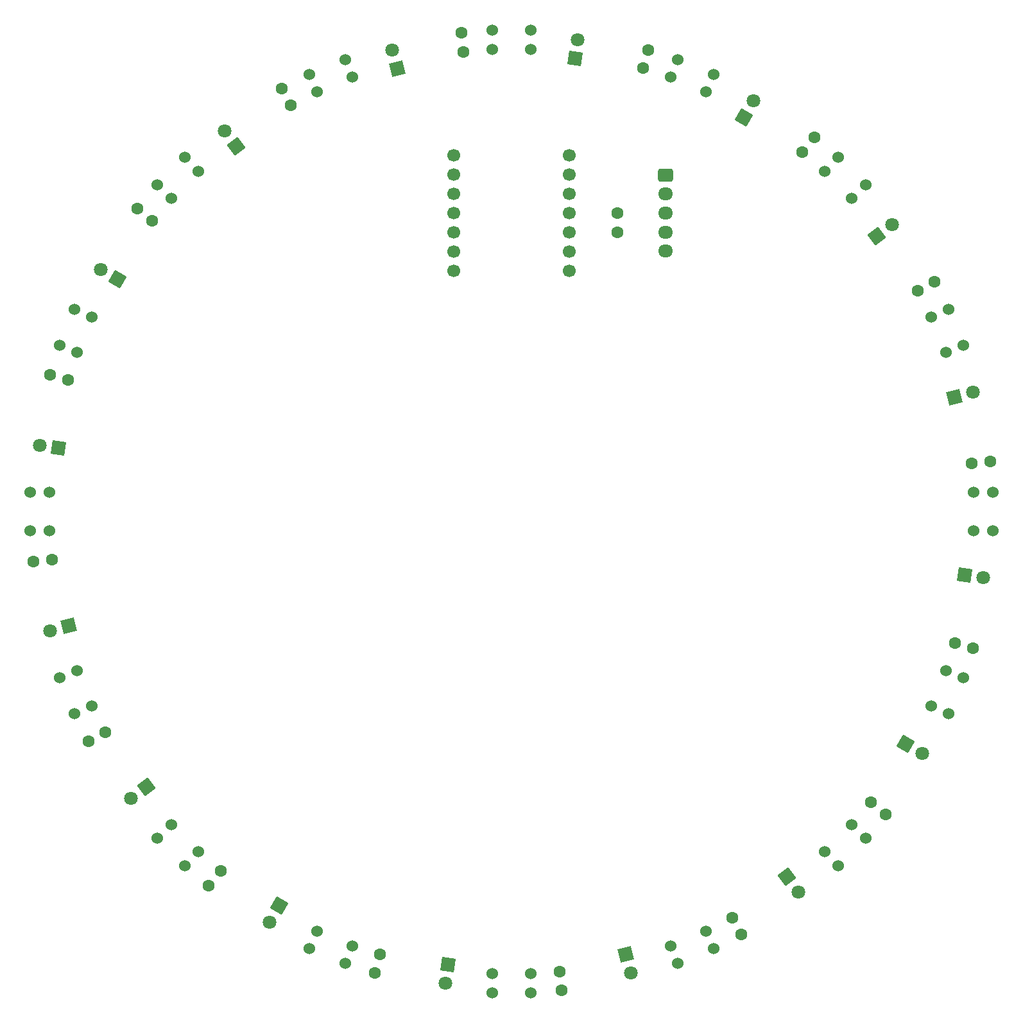
<source format=gbr>
%TF.GenerationSoftware,KiCad,Pcbnew,(6.0.11)*%
%TF.CreationDate,2023-10-13T17:08:53+09:00*%
%TF.ProjectId,engel_line_board,656e6765-6c5f-46c6-996e-655f626f6172,rev?*%
%TF.SameCoordinates,Original*%
%TF.FileFunction,Soldermask,Bot*%
%TF.FilePolarity,Negative*%
%FSLAX46Y46*%
G04 Gerber Fmt 4.6, Leading zero omitted, Abs format (unit mm)*
G04 Created by KiCad (PCBNEW (6.0.11)) date 2023-10-13 17:08:53*
%MOMM*%
%LPD*%
G01*
G04 APERTURE LIST*
G04 Aperture macros list*
%AMRoundRect*
0 Rectangle with rounded corners*
0 $1 Rounding radius*
0 $2 $3 $4 $5 $6 $7 $8 $9 X,Y pos of 4 corners*
0 Add a 4 corners polygon primitive as box body*
4,1,4,$2,$3,$4,$5,$6,$7,$8,$9,$2,$3,0*
0 Add four circle primitives for the rounded corners*
1,1,$1+$1,$2,$3*
1,1,$1+$1,$4,$5*
1,1,$1+$1,$6,$7*
1,1,$1+$1,$8,$9*
0 Add four rect primitives between the rounded corners*
20,1,$1+$1,$2,$3,$4,$5,0*
20,1,$1+$1,$4,$5,$6,$7,0*
20,1,$1+$1,$6,$7,$8,$9,0*
20,1,$1+$1,$8,$9,$2,$3,0*%
%AMRotRect*
0 Rectangle, with rotation*
0 The origin of the aperture is its center*
0 $1 length*
0 $2 width*
0 $3 Rotation angle, in degrees counterclockwise*
0 Add horizontal line*
21,1,$1,$2,0,0,$3*%
G04 Aperture macros list end*
%ADD10RotRect,1.800000X1.800000X14.500000*%
%ADD11C,1.800000*%
%ADD12C,1.524000*%
%ADD13RotRect,1.800000X1.800000X127.000000*%
%ADD14C,1.600000*%
%ADD15RotRect,1.800000X1.800000X37.000000*%
%ADD16RotRect,1.800000X1.800000X82.000000*%
%ADD17RotRect,1.800000X1.800000X172.000000*%
%ADD18RotRect,1.800000X1.800000X262.000000*%
%ADD19RotRect,1.800000X1.800000X307.000000*%
%ADD20RotRect,1.800000X1.800000X239.500000*%
%ADD21RotRect,1.800000X1.800000X59.500000*%
%ADD22RotRect,1.800000X1.800000X352.000000*%
%ADD23RotRect,1.800000X1.800000X104.500000*%
%ADD24RotRect,1.800000X1.800000X194.500000*%
%ADD25RotRect,1.800000X1.800000X329.500000*%
%ADD26RotRect,1.800000X1.800000X217.000000*%
%ADD27RotRect,1.800000X1.800000X284.500000*%
%ADD28RotRect,1.800000X1.800000X149.500000*%
%ADD29RoundRect,0.250000X-0.725000X0.600000X-0.725000X-0.600000X0.725000X-0.600000X0.725000X0.600000X0*%
%ADD30O,1.950000X1.700000*%
%ADD31C,1.700000*%
G04 APERTURE END LIST*
D10*
%TO.C,D4*%
X213343506Y-81475826D03*
D11*
X215802601Y-80839861D03*
%TD*%
D12*
%TO.C,U11*%
X110037305Y-137890592D03*
X108241254Y-139686643D03*
X111833357Y-143278746D03*
X113629408Y-141482695D03*
%TD*%
D13*
%TO.C,D15*%
X118638518Y-48406306D03*
D11*
X117109908Y-46377772D03*
%TD*%
D14*
%TO.C,C7*%
X204274780Y-136530517D03*
X202331915Y-134957216D03*
%TD*%
D12*
%TO.C,U13*%
X93978000Y-94040000D03*
X91438000Y-94040000D03*
X91438000Y-99120000D03*
X93978000Y-99120000D03*
%TD*%
D15*
%TO.C,D3*%
X203115291Y-60277314D03*
D11*
X205143825Y-58748704D03*
%TD*%
D16*
%TO.C,D1*%
X163335200Y-36845050D03*
D11*
X163688700Y-34329769D03*
%TD*%
D12*
%TO.C,U5*%
X215902000Y-99120000D03*
X218442000Y-99120000D03*
X218442000Y-94040000D03*
X215902000Y-94040000D03*
%TD*%
D17*
%TO.C,D13*%
X95202079Y-88184383D03*
D11*
X92686798Y-87830883D03*
%TD*%
D12*
%TO.C,U6*%
X210289528Y-122255801D03*
X212636182Y-123227817D03*
X214580214Y-118534509D03*
X212233560Y-117562493D03*
%TD*%
D14*
%TO.C,C2*%
X172969862Y-35712206D03*
X172259824Y-38109255D03*
%TD*%
%TO.C,C5*%
X218094129Y-89942234D03*
X215607824Y-90203555D03*
%TD*%
D12*
%TO.C,U10*%
X129264199Y-151929528D03*
X128292183Y-154276182D03*
X132985491Y-156220214D03*
X133957507Y-153873560D03*
%TD*%
D14*
%TO.C,C16*%
X124639464Y-40773356D03*
X125832361Y-42970399D03*
%TD*%
D18*
%TO.C,D9*%
X146544800Y-156314950D03*
D11*
X146191300Y-158830231D03*
%TD*%
D12*
%TO.C,U8*%
X175922493Y-153873560D03*
X176894509Y-156220214D03*
X181587817Y-154276182D03*
X180615801Y-151929528D03*
%TD*%
%TO.C,U7*%
X196250592Y-141482695D03*
X198046643Y-143278746D03*
X201638746Y-139686643D03*
X199842695Y-137890592D03*
%TD*%
%TO.C,U2*%
X180615801Y-41230472D03*
X181587817Y-38883818D03*
X176894509Y-36939786D03*
X175922493Y-39286440D03*
%TD*%
D14*
%TO.C,C8*%
X185221449Y-152351492D03*
X184028552Y-150154449D03*
%TD*%
D12*
%TO.C,U12*%
X97646440Y-117562493D03*
X95299786Y-118534509D03*
X97243818Y-123227817D03*
X99590472Y-122255801D03*
%TD*%
%TO.C,U3*%
X199842695Y-55269408D03*
X201638746Y-53473357D03*
X198046643Y-49881254D03*
X196250592Y-51677305D03*
%TD*%
%TO.C,U9*%
X152400000Y-157542000D03*
X152400000Y-160082000D03*
X157480000Y-160082000D03*
X157480000Y-157542000D03*
%TD*%
D19*
%TO.C,D7*%
X191224631Y-144731332D03*
D11*
X192753241Y-146759866D03*
%TD*%
D14*
%TO.C,C11*%
X115002069Y-145899237D03*
X116575370Y-143956372D03*
%TD*%
D20*
%TO.C,D10*%
X124322748Y-148557779D03*
D11*
X123033601Y-150746317D03*
%TD*%
D14*
%TO.C,C10*%
X136915818Y-157428618D03*
X137625856Y-155031569D03*
%TD*%
D12*
%TO.C,U4*%
X212233560Y-75597507D03*
X214580214Y-74625491D03*
X212636182Y-69932183D03*
X210289528Y-70904199D03*
%TD*%
D14*
%TO.C,C9*%
X161577766Y-159734129D03*
X161316445Y-157247824D03*
%TD*%
D12*
%TO.C,U14*%
X99590472Y-70904199D03*
X97243818Y-69932183D03*
X95299786Y-74625491D03*
X97646440Y-75597507D03*
%TD*%
D14*
%TO.C,C1*%
X148304324Y-33445761D03*
X148565645Y-35932066D03*
%TD*%
D21*
%TO.C,D2*%
X185555729Y-44604806D03*
D11*
X186844876Y-42416268D03*
%TD*%
D14*
%TO.C,C12*%
X99133356Y-126880536D03*
X101330399Y-125687639D03*
%TD*%
D22*
%TO.C,D5*%
X214677921Y-104975617D03*
D11*
X217193202Y-105329117D03*
%TD*%
D23*
%TO.C,D16*%
X139836577Y-38179398D03*
D11*
X139200612Y-35720303D03*
%TD*%
D14*
%TO.C,C3*%
X194903103Y-47229677D03*
X193329802Y-49172542D03*
%TD*%
D12*
%TO.C,U15*%
X113629408Y-51677305D03*
X111833357Y-49881254D03*
X108241254Y-53473357D03*
X110037305Y-55269408D03*
%TD*%
D24*
%TO.C,D12*%
X96539398Y-111683423D03*
D11*
X94080303Y-112319388D03*
%TD*%
D14*
%TO.C,C6*%
X215826971Y-114615542D03*
X213429922Y-113905504D03*
%TD*%
%TO.C,C13*%
X91825651Y-103213585D03*
X94311956Y-102952264D03*
%TD*%
%TO.C,C15*%
X105589677Y-56616897D03*
X107532542Y-58190198D03*
%TD*%
D12*
%TO.C,U1*%
X157480000Y-35618000D03*
X157480000Y-33078000D03*
X152400000Y-33078000D03*
X152400000Y-35618000D03*
%TD*%
D14*
%TO.C,C14*%
X94072206Y-78550138D03*
X96469255Y-79260176D03*
%TD*%
D25*
%TO.C,D6*%
X206915194Y-127195729D03*
D11*
X209103732Y-128484876D03*
%TD*%
D14*
%TO.C,C4*%
X210746644Y-66279464D03*
X208549601Y-67472361D03*
%TD*%
D26*
%TO.C,D11*%
X106764709Y-132882686D03*
D11*
X104736175Y-134411296D03*
%TD*%
D12*
%TO.C,U16*%
X133957507Y-39286440D03*
X132985491Y-36939786D03*
X128292183Y-38883818D03*
X129264199Y-41230472D03*
%TD*%
D27*
%TO.C,D8*%
X170043423Y-154980602D03*
D11*
X170679388Y-157439697D03*
%TD*%
D28*
%TO.C,D14*%
X102964806Y-65964271D03*
D11*
X100776268Y-64675124D03*
%TD*%
D29*
%TO.C,J1*%
X175260000Y-52210000D03*
D30*
X175260000Y-54710000D03*
X175260000Y-57210000D03*
X175260000Y-59710000D03*
X175260000Y-62210000D03*
%TD*%
D31*
%TO.C,U17*%
X147320000Y-64830000D03*
X147320000Y-62290000D03*
X147320000Y-59750000D03*
X147320000Y-57210000D03*
X147320000Y-54670000D03*
X147320000Y-52130000D03*
X147320000Y-49590000D03*
X162560000Y-49590000D03*
X162560000Y-52130000D03*
X162560000Y-54670000D03*
X162560000Y-57210000D03*
X162560000Y-59750000D03*
X162560000Y-62290000D03*
X162560000Y-64830000D03*
%TD*%
D14*
%TO.C,C17*%
X168910000Y-59750000D03*
X168910000Y-57250000D03*
%TD*%
M02*

</source>
